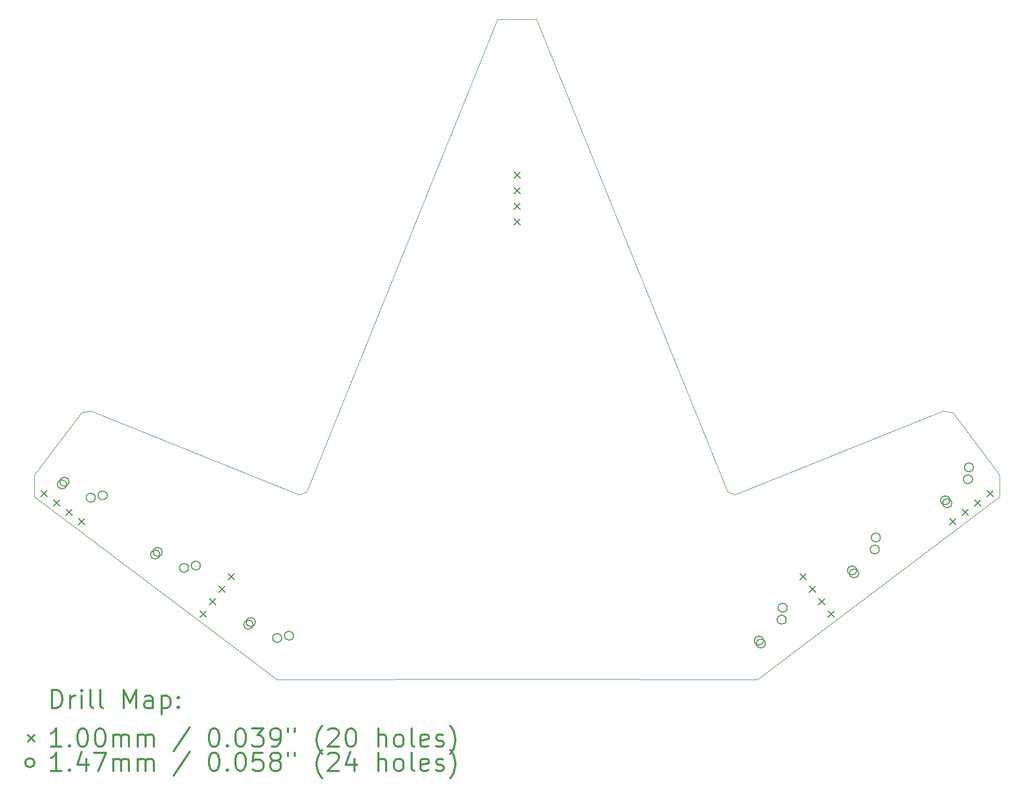
<source format=gbr>
%FSLAX45Y45*%
G04 Gerber Fmt 4.5, Leading zero omitted, Abs format (unit mm)*
G04 Created by KiCad (PCBNEW (5.1.4)-1) date 2023-05-25 15:27:50*
%MOMM*%
%LPD*%
G04 APERTURE LIST*
%ADD10C,0.050000*%
%ADD11C,0.200000*%
%ADD12C,0.300000*%
G04 APERTURE END LIST*
D10*
X14280000Y23690000D02*
X14220000Y23690000D01*
X14150000Y12930000D02*
X14350000Y12930000D01*
X17677500Y15981000D02*
X17802500Y15937500D01*
X14570000Y23690000D02*
X14280000Y23690000D01*
X18160919Y12928362D02*
X14350000Y12930000D01*
X21186000Y17307000D02*
X21344000Y17279000D01*
X18160919Y12928362D02*
X22110000Y15910000D01*
X10822500Y15981000D02*
X13930000Y23690000D01*
X6390000Y16260000D02*
X7156000Y17279000D01*
X13930000Y23690000D02*
X14220000Y23690000D01*
X10339081Y12928362D02*
X6390000Y15910000D01*
X7314000Y17307000D02*
X10697500Y15937500D01*
X10822500Y15981000D02*
X10697500Y15937500D01*
X7314000Y17307000D02*
X7156000Y17279000D01*
X6390000Y15910000D02*
X6390000Y16260000D01*
X10339081Y12928362D02*
X14150000Y12930000D01*
X17677500Y15981000D02*
X14570000Y23690000D01*
X21186000Y17307000D02*
X17802500Y15937500D01*
X22110000Y16260000D02*
X21344000Y17279000D01*
X22110000Y15910000D02*
X22110000Y16260000D01*
D11*
X21701709Y15851931D02*
X21801709Y15751931D01*
X21801709Y15851931D02*
X21701709Y15751931D01*
X6500453Y16004612D02*
X6600453Y15904612D01*
X6600453Y16004612D02*
X6500453Y15904612D01*
X9085889Y14045255D02*
X9185889Y13945255D01*
X9185889Y14045255D02*
X9085889Y13945255D01*
X9238750Y14248108D02*
X9338750Y14148108D01*
X9338750Y14248108D02*
X9238750Y14148108D01*
X9391611Y14450961D02*
X9491611Y14350961D01*
X9491611Y14450961D02*
X9391611Y14350961D01*
X9544472Y14653815D02*
X9644472Y14553815D01*
X9644472Y14653815D02*
X9544472Y14553815D01*
X18858148Y14652189D02*
X18958148Y14552189D01*
X18958148Y14652189D02*
X18858148Y14552189D01*
X19011009Y14449336D02*
X19111009Y14349336D01*
X19111009Y14449336D02*
X19011009Y14349336D01*
X19163870Y14246482D02*
X19263870Y14146482D01*
X19263870Y14246482D02*
X19163870Y14146482D01*
X19316731Y14043629D02*
X19416731Y13943629D01*
X19416731Y14043629D02*
X19316731Y13943629D01*
X21296003Y15546209D02*
X21396003Y15446209D01*
X21396003Y15546209D02*
X21296003Y15446209D01*
X21498856Y15699070D02*
X21598856Y15599070D01*
X21598856Y15699070D02*
X21498856Y15599070D01*
X21904563Y16004792D02*
X22004563Y15904792D01*
X22004563Y16004792D02*
X21904563Y15904792D01*
X14200000Y21200000D02*
X14300000Y21100000D01*
X14300000Y21200000D02*
X14200000Y21100000D01*
X14200000Y20946000D02*
X14300000Y20846000D01*
X14300000Y20946000D02*
X14200000Y20846000D01*
X14200000Y20692000D02*
X14300000Y20592000D01*
X14300000Y20692000D02*
X14200000Y20592000D01*
X14200000Y20438000D02*
X14300000Y20338000D01*
X14300000Y20438000D02*
X14200000Y20338000D01*
X6703306Y15851751D02*
X6803306Y15751751D01*
X6803306Y15851751D02*
X6703306Y15751751D01*
X6906160Y15698890D02*
X7006160Y15598890D01*
X7006160Y15698890D02*
X6906160Y15598890D01*
X7109013Y15546029D02*
X7209013Y15446029D01*
X7209013Y15546029D02*
X7109013Y15446029D01*
X19781419Y14704005D02*
G75*
G03X19781419Y14704005I-73500J0D01*
G01*
X19813129Y14655277D02*
G75*
G03X19813129Y14655277I-73500J0D01*
G01*
X20150646Y15044844D02*
G75*
G03X20150646Y15044844I-73500J0D01*
G01*
X20167402Y15240283D02*
G75*
G03X20167402Y15240283I-73500J0D01*
G01*
X21298826Y15847454D02*
G75*
G03X21298826Y15847454I-73500J0D01*
G01*
X21330537Y15798726D02*
G75*
G03X21330537Y15798726I-73500J0D01*
G01*
X21668053Y16188293D02*
G75*
G03X21668053Y16188293I-73500J0D01*
G01*
X21684809Y16383732D02*
G75*
G03X21684809Y16383732I-73500J0D01*
G01*
X9948191Y13819177D02*
G75*
G03X9948191Y13819177I-73500J0D01*
G01*
X9986291Y13863090D02*
G75*
G03X9986291Y13863090I-73500J0D01*
G01*
X10415700Y13602114D02*
G75*
G03X10415700Y13602114I-73500J0D01*
G01*
X10608186Y13639877D02*
G75*
G03X10608186Y13639877I-73500J0D01*
G01*
X18264011Y13560557D02*
G75*
G03X18264011Y13560557I-73500J0D01*
G01*
X18295722Y13511829D02*
G75*
G03X18295722Y13511829I-73500J0D01*
G01*
X18633238Y13901396D02*
G75*
G03X18633238Y13901396I-73500J0D01*
G01*
X18649994Y14096835D02*
G75*
G03X18649994Y14096835I-73500J0D01*
G01*
X6913376Y16106074D02*
G75*
G03X6913376Y16106074I-73500J0D01*
G01*
X6951476Y16149987D02*
G75*
G03X6951476Y16149987I-73500J0D01*
G01*
X7380885Y15889011D02*
G75*
G03X7380885Y15889011I-73500J0D01*
G01*
X7573371Y15926775D02*
G75*
G03X7573371Y15926775I-73500J0D01*
G01*
X8430784Y14962625D02*
G75*
G03X8430784Y14962625I-73500J0D01*
G01*
X8468884Y15006539D02*
G75*
G03X8468884Y15006539I-73500J0D01*
G01*
X8898292Y14745563D02*
G75*
G03X8898292Y14745563I-73500J0D01*
G01*
X9090778Y14783326D02*
G75*
G03X9090778Y14783326I-73500J0D01*
G01*
D12*
X6673928Y12460148D02*
X6673928Y12760148D01*
X6745357Y12760148D01*
X6788214Y12745862D01*
X6816786Y12717291D01*
X6831071Y12688719D01*
X6845357Y12631576D01*
X6845357Y12588719D01*
X6831071Y12531576D01*
X6816786Y12503005D01*
X6788214Y12474434D01*
X6745357Y12460148D01*
X6673928Y12460148D01*
X6973928Y12460148D02*
X6973928Y12660148D01*
X6973928Y12603005D02*
X6988214Y12631576D01*
X7002500Y12645862D01*
X7031071Y12660148D01*
X7059643Y12660148D01*
X7159643Y12460148D02*
X7159643Y12660148D01*
X7159643Y12760148D02*
X7145357Y12745862D01*
X7159643Y12731576D01*
X7173928Y12745862D01*
X7159643Y12760148D01*
X7159643Y12731576D01*
X7345357Y12460148D02*
X7316786Y12474434D01*
X7302500Y12503005D01*
X7302500Y12760148D01*
X7502500Y12460148D02*
X7473928Y12474434D01*
X7459643Y12503005D01*
X7459643Y12760148D01*
X7845357Y12460148D02*
X7845357Y12760148D01*
X7945357Y12545862D01*
X8045357Y12760148D01*
X8045357Y12460148D01*
X8316786Y12460148D02*
X8316786Y12617291D01*
X8302500Y12645862D01*
X8273928Y12660148D01*
X8216786Y12660148D01*
X8188214Y12645862D01*
X8316786Y12474434D02*
X8288214Y12460148D01*
X8216786Y12460148D01*
X8188214Y12474434D01*
X8173928Y12503005D01*
X8173928Y12531576D01*
X8188214Y12560148D01*
X8216786Y12574434D01*
X8288214Y12574434D01*
X8316786Y12588719D01*
X8459643Y12660148D02*
X8459643Y12360148D01*
X8459643Y12645862D02*
X8488214Y12660148D01*
X8545357Y12660148D01*
X8573928Y12645862D01*
X8588214Y12631576D01*
X8602500Y12603005D01*
X8602500Y12517291D01*
X8588214Y12488719D01*
X8573928Y12474434D01*
X8545357Y12460148D01*
X8488214Y12460148D01*
X8459643Y12474434D01*
X8731071Y12488719D02*
X8745357Y12474434D01*
X8731071Y12460148D01*
X8716786Y12474434D01*
X8731071Y12488719D01*
X8731071Y12460148D01*
X8731071Y12645862D02*
X8745357Y12631576D01*
X8731071Y12617291D01*
X8716786Y12631576D01*
X8731071Y12645862D01*
X8731071Y12617291D01*
X6287500Y12015862D02*
X6387500Y11915862D01*
X6387500Y12015862D02*
X6287500Y11915862D01*
X6831071Y11830148D02*
X6659643Y11830148D01*
X6745357Y11830148D02*
X6745357Y12130148D01*
X6716786Y12087291D01*
X6688214Y12058719D01*
X6659643Y12044434D01*
X6959643Y11858719D02*
X6973928Y11844434D01*
X6959643Y11830148D01*
X6945357Y11844434D01*
X6959643Y11858719D01*
X6959643Y11830148D01*
X7159643Y12130148D02*
X7188214Y12130148D01*
X7216786Y12115862D01*
X7231071Y12101576D01*
X7245357Y12073005D01*
X7259643Y12015862D01*
X7259643Y11944434D01*
X7245357Y11887291D01*
X7231071Y11858719D01*
X7216786Y11844434D01*
X7188214Y11830148D01*
X7159643Y11830148D01*
X7131071Y11844434D01*
X7116786Y11858719D01*
X7102500Y11887291D01*
X7088214Y11944434D01*
X7088214Y12015862D01*
X7102500Y12073005D01*
X7116786Y12101576D01*
X7131071Y12115862D01*
X7159643Y12130148D01*
X7445357Y12130148D02*
X7473928Y12130148D01*
X7502500Y12115862D01*
X7516786Y12101576D01*
X7531071Y12073005D01*
X7545357Y12015862D01*
X7545357Y11944434D01*
X7531071Y11887291D01*
X7516786Y11858719D01*
X7502500Y11844434D01*
X7473928Y11830148D01*
X7445357Y11830148D01*
X7416786Y11844434D01*
X7402500Y11858719D01*
X7388214Y11887291D01*
X7373928Y11944434D01*
X7373928Y12015862D01*
X7388214Y12073005D01*
X7402500Y12101576D01*
X7416786Y12115862D01*
X7445357Y12130148D01*
X7673928Y11830148D02*
X7673928Y12030148D01*
X7673928Y12001576D02*
X7688214Y12015862D01*
X7716786Y12030148D01*
X7759643Y12030148D01*
X7788214Y12015862D01*
X7802500Y11987291D01*
X7802500Y11830148D01*
X7802500Y11987291D02*
X7816786Y12015862D01*
X7845357Y12030148D01*
X7888214Y12030148D01*
X7916786Y12015862D01*
X7931071Y11987291D01*
X7931071Y11830148D01*
X8073928Y11830148D02*
X8073928Y12030148D01*
X8073928Y12001576D02*
X8088214Y12015862D01*
X8116786Y12030148D01*
X8159643Y12030148D01*
X8188214Y12015862D01*
X8202500Y11987291D01*
X8202500Y11830148D01*
X8202500Y11987291D02*
X8216786Y12015862D01*
X8245357Y12030148D01*
X8288214Y12030148D01*
X8316786Y12015862D01*
X8331071Y11987291D01*
X8331071Y11830148D01*
X8916786Y12144434D02*
X8659643Y11758719D01*
X9302500Y12130148D02*
X9331071Y12130148D01*
X9359643Y12115862D01*
X9373928Y12101576D01*
X9388214Y12073005D01*
X9402500Y12015862D01*
X9402500Y11944434D01*
X9388214Y11887291D01*
X9373928Y11858719D01*
X9359643Y11844434D01*
X9331071Y11830148D01*
X9302500Y11830148D01*
X9273928Y11844434D01*
X9259643Y11858719D01*
X9245357Y11887291D01*
X9231071Y11944434D01*
X9231071Y12015862D01*
X9245357Y12073005D01*
X9259643Y12101576D01*
X9273928Y12115862D01*
X9302500Y12130148D01*
X9531071Y11858719D02*
X9545357Y11844434D01*
X9531071Y11830148D01*
X9516786Y11844434D01*
X9531071Y11858719D01*
X9531071Y11830148D01*
X9731071Y12130148D02*
X9759643Y12130148D01*
X9788214Y12115862D01*
X9802500Y12101576D01*
X9816786Y12073005D01*
X9831071Y12015862D01*
X9831071Y11944434D01*
X9816786Y11887291D01*
X9802500Y11858719D01*
X9788214Y11844434D01*
X9759643Y11830148D01*
X9731071Y11830148D01*
X9702500Y11844434D01*
X9688214Y11858719D01*
X9673928Y11887291D01*
X9659643Y11944434D01*
X9659643Y12015862D01*
X9673928Y12073005D01*
X9688214Y12101576D01*
X9702500Y12115862D01*
X9731071Y12130148D01*
X9931071Y12130148D02*
X10116786Y12130148D01*
X10016786Y12015862D01*
X10059643Y12015862D01*
X10088214Y12001576D01*
X10102500Y11987291D01*
X10116786Y11958719D01*
X10116786Y11887291D01*
X10102500Y11858719D01*
X10088214Y11844434D01*
X10059643Y11830148D01*
X9973928Y11830148D01*
X9945357Y11844434D01*
X9931071Y11858719D01*
X10259643Y11830148D02*
X10316786Y11830148D01*
X10345357Y11844434D01*
X10359643Y11858719D01*
X10388214Y11901576D01*
X10402500Y11958719D01*
X10402500Y12073005D01*
X10388214Y12101576D01*
X10373928Y12115862D01*
X10345357Y12130148D01*
X10288214Y12130148D01*
X10259643Y12115862D01*
X10245357Y12101576D01*
X10231071Y12073005D01*
X10231071Y12001576D01*
X10245357Y11973005D01*
X10259643Y11958719D01*
X10288214Y11944434D01*
X10345357Y11944434D01*
X10373928Y11958719D01*
X10388214Y11973005D01*
X10402500Y12001576D01*
X10516786Y12130148D02*
X10516786Y12073005D01*
X10631071Y12130148D02*
X10631071Y12073005D01*
X11073928Y11715862D02*
X11059643Y11730148D01*
X11031071Y11773005D01*
X11016786Y11801576D01*
X11002500Y11844434D01*
X10988214Y11915862D01*
X10988214Y11973005D01*
X11002500Y12044434D01*
X11016786Y12087291D01*
X11031071Y12115862D01*
X11059643Y12158719D01*
X11073928Y12173005D01*
X11173928Y12101576D02*
X11188214Y12115862D01*
X11216786Y12130148D01*
X11288214Y12130148D01*
X11316786Y12115862D01*
X11331071Y12101576D01*
X11345357Y12073005D01*
X11345357Y12044434D01*
X11331071Y12001576D01*
X11159643Y11830148D01*
X11345357Y11830148D01*
X11531071Y12130148D02*
X11559643Y12130148D01*
X11588214Y12115862D01*
X11602500Y12101576D01*
X11616786Y12073005D01*
X11631071Y12015862D01*
X11631071Y11944434D01*
X11616786Y11887291D01*
X11602500Y11858719D01*
X11588214Y11844434D01*
X11559643Y11830148D01*
X11531071Y11830148D01*
X11502500Y11844434D01*
X11488214Y11858719D01*
X11473928Y11887291D01*
X11459643Y11944434D01*
X11459643Y12015862D01*
X11473928Y12073005D01*
X11488214Y12101576D01*
X11502500Y12115862D01*
X11531071Y12130148D01*
X11988214Y11830148D02*
X11988214Y12130148D01*
X12116786Y11830148D02*
X12116786Y11987291D01*
X12102500Y12015862D01*
X12073928Y12030148D01*
X12031071Y12030148D01*
X12002500Y12015862D01*
X11988214Y12001576D01*
X12302500Y11830148D02*
X12273928Y11844434D01*
X12259643Y11858719D01*
X12245357Y11887291D01*
X12245357Y11973005D01*
X12259643Y12001576D01*
X12273928Y12015862D01*
X12302500Y12030148D01*
X12345357Y12030148D01*
X12373928Y12015862D01*
X12388214Y12001576D01*
X12402500Y11973005D01*
X12402500Y11887291D01*
X12388214Y11858719D01*
X12373928Y11844434D01*
X12345357Y11830148D01*
X12302500Y11830148D01*
X12573928Y11830148D02*
X12545357Y11844434D01*
X12531071Y11873005D01*
X12531071Y12130148D01*
X12802500Y11844434D02*
X12773928Y11830148D01*
X12716786Y11830148D01*
X12688214Y11844434D01*
X12673928Y11873005D01*
X12673928Y11987291D01*
X12688214Y12015862D01*
X12716786Y12030148D01*
X12773928Y12030148D01*
X12802500Y12015862D01*
X12816786Y11987291D01*
X12816786Y11958719D01*
X12673928Y11930148D01*
X12931071Y11844434D02*
X12959643Y11830148D01*
X13016786Y11830148D01*
X13045357Y11844434D01*
X13059643Y11873005D01*
X13059643Y11887291D01*
X13045357Y11915862D01*
X13016786Y11930148D01*
X12973928Y11930148D01*
X12945357Y11944434D01*
X12931071Y11973005D01*
X12931071Y11987291D01*
X12945357Y12015862D01*
X12973928Y12030148D01*
X13016786Y12030148D01*
X13045357Y12015862D01*
X13159643Y11715862D02*
X13173928Y11730148D01*
X13202500Y11773005D01*
X13216786Y11801576D01*
X13231071Y11844434D01*
X13245357Y11915862D01*
X13245357Y11973005D01*
X13231071Y12044434D01*
X13216786Y12087291D01*
X13202500Y12115862D01*
X13173928Y12158719D01*
X13159643Y12173005D01*
X6387500Y11569862D02*
G75*
G03X6387500Y11569862I-73500J0D01*
G01*
X6831071Y11434148D02*
X6659643Y11434148D01*
X6745357Y11434148D02*
X6745357Y11734148D01*
X6716786Y11691291D01*
X6688214Y11662719D01*
X6659643Y11648434D01*
X6959643Y11462719D02*
X6973928Y11448434D01*
X6959643Y11434148D01*
X6945357Y11448434D01*
X6959643Y11462719D01*
X6959643Y11434148D01*
X7231071Y11634148D02*
X7231071Y11434148D01*
X7159643Y11748434D02*
X7088214Y11534148D01*
X7273928Y11534148D01*
X7359643Y11734148D02*
X7559643Y11734148D01*
X7431071Y11434148D01*
X7673928Y11434148D02*
X7673928Y11634148D01*
X7673928Y11605576D02*
X7688214Y11619862D01*
X7716786Y11634148D01*
X7759643Y11634148D01*
X7788214Y11619862D01*
X7802500Y11591291D01*
X7802500Y11434148D01*
X7802500Y11591291D02*
X7816786Y11619862D01*
X7845357Y11634148D01*
X7888214Y11634148D01*
X7916786Y11619862D01*
X7931071Y11591291D01*
X7931071Y11434148D01*
X8073928Y11434148D02*
X8073928Y11634148D01*
X8073928Y11605576D02*
X8088214Y11619862D01*
X8116786Y11634148D01*
X8159643Y11634148D01*
X8188214Y11619862D01*
X8202500Y11591291D01*
X8202500Y11434148D01*
X8202500Y11591291D02*
X8216786Y11619862D01*
X8245357Y11634148D01*
X8288214Y11634148D01*
X8316786Y11619862D01*
X8331071Y11591291D01*
X8331071Y11434148D01*
X8916786Y11748434D02*
X8659643Y11362719D01*
X9302500Y11734148D02*
X9331071Y11734148D01*
X9359643Y11719862D01*
X9373928Y11705576D01*
X9388214Y11677005D01*
X9402500Y11619862D01*
X9402500Y11548434D01*
X9388214Y11491291D01*
X9373928Y11462719D01*
X9359643Y11448434D01*
X9331071Y11434148D01*
X9302500Y11434148D01*
X9273928Y11448434D01*
X9259643Y11462719D01*
X9245357Y11491291D01*
X9231071Y11548434D01*
X9231071Y11619862D01*
X9245357Y11677005D01*
X9259643Y11705576D01*
X9273928Y11719862D01*
X9302500Y11734148D01*
X9531071Y11462719D02*
X9545357Y11448434D01*
X9531071Y11434148D01*
X9516786Y11448434D01*
X9531071Y11462719D01*
X9531071Y11434148D01*
X9731071Y11734148D02*
X9759643Y11734148D01*
X9788214Y11719862D01*
X9802500Y11705576D01*
X9816786Y11677005D01*
X9831071Y11619862D01*
X9831071Y11548434D01*
X9816786Y11491291D01*
X9802500Y11462719D01*
X9788214Y11448434D01*
X9759643Y11434148D01*
X9731071Y11434148D01*
X9702500Y11448434D01*
X9688214Y11462719D01*
X9673928Y11491291D01*
X9659643Y11548434D01*
X9659643Y11619862D01*
X9673928Y11677005D01*
X9688214Y11705576D01*
X9702500Y11719862D01*
X9731071Y11734148D01*
X10102500Y11734148D02*
X9959643Y11734148D01*
X9945357Y11591291D01*
X9959643Y11605576D01*
X9988214Y11619862D01*
X10059643Y11619862D01*
X10088214Y11605576D01*
X10102500Y11591291D01*
X10116786Y11562719D01*
X10116786Y11491291D01*
X10102500Y11462719D01*
X10088214Y11448434D01*
X10059643Y11434148D01*
X9988214Y11434148D01*
X9959643Y11448434D01*
X9945357Y11462719D01*
X10288214Y11605576D02*
X10259643Y11619862D01*
X10245357Y11634148D01*
X10231071Y11662719D01*
X10231071Y11677005D01*
X10245357Y11705576D01*
X10259643Y11719862D01*
X10288214Y11734148D01*
X10345357Y11734148D01*
X10373928Y11719862D01*
X10388214Y11705576D01*
X10402500Y11677005D01*
X10402500Y11662719D01*
X10388214Y11634148D01*
X10373928Y11619862D01*
X10345357Y11605576D01*
X10288214Y11605576D01*
X10259643Y11591291D01*
X10245357Y11577005D01*
X10231071Y11548434D01*
X10231071Y11491291D01*
X10245357Y11462719D01*
X10259643Y11448434D01*
X10288214Y11434148D01*
X10345357Y11434148D01*
X10373928Y11448434D01*
X10388214Y11462719D01*
X10402500Y11491291D01*
X10402500Y11548434D01*
X10388214Y11577005D01*
X10373928Y11591291D01*
X10345357Y11605576D01*
X10516786Y11734148D02*
X10516786Y11677005D01*
X10631071Y11734148D02*
X10631071Y11677005D01*
X11073928Y11319862D02*
X11059643Y11334148D01*
X11031071Y11377005D01*
X11016786Y11405576D01*
X11002500Y11448434D01*
X10988214Y11519862D01*
X10988214Y11577005D01*
X11002500Y11648434D01*
X11016786Y11691291D01*
X11031071Y11719862D01*
X11059643Y11762719D01*
X11073928Y11777005D01*
X11173928Y11705576D02*
X11188214Y11719862D01*
X11216786Y11734148D01*
X11288214Y11734148D01*
X11316786Y11719862D01*
X11331071Y11705576D01*
X11345357Y11677005D01*
X11345357Y11648434D01*
X11331071Y11605576D01*
X11159643Y11434148D01*
X11345357Y11434148D01*
X11602500Y11634148D02*
X11602500Y11434148D01*
X11531071Y11748434D02*
X11459643Y11534148D01*
X11645357Y11534148D01*
X11988214Y11434148D02*
X11988214Y11734148D01*
X12116786Y11434148D02*
X12116786Y11591291D01*
X12102500Y11619862D01*
X12073928Y11634148D01*
X12031071Y11634148D01*
X12002500Y11619862D01*
X11988214Y11605576D01*
X12302500Y11434148D02*
X12273928Y11448434D01*
X12259643Y11462719D01*
X12245357Y11491291D01*
X12245357Y11577005D01*
X12259643Y11605576D01*
X12273928Y11619862D01*
X12302500Y11634148D01*
X12345357Y11634148D01*
X12373928Y11619862D01*
X12388214Y11605576D01*
X12402500Y11577005D01*
X12402500Y11491291D01*
X12388214Y11462719D01*
X12373928Y11448434D01*
X12345357Y11434148D01*
X12302500Y11434148D01*
X12573928Y11434148D02*
X12545357Y11448434D01*
X12531071Y11477005D01*
X12531071Y11734148D01*
X12802500Y11448434D02*
X12773928Y11434148D01*
X12716786Y11434148D01*
X12688214Y11448434D01*
X12673928Y11477005D01*
X12673928Y11591291D01*
X12688214Y11619862D01*
X12716786Y11634148D01*
X12773928Y11634148D01*
X12802500Y11619862D01*
X12816786Y11591291D01*
X12816786Y11562719D01*
X12673928Y11534148D01*
X12931071Y11448434D02*
X12959643Y11434148D01*
X13016786Y11434148D01*
X13045357Y11448434D01*
X13059643Y11477005D01*
X13059643Y11491291D01*
X13045357Y11519862D01*
X13016786Y11534148D01*
X12973928Y11534148D01*
X12945357Y11548434D01*
X12931071Y11577005D01*
X12931071Y11591291D01*
X12945357Y11619862D01*
X12973928Y11634148D01*
X13016786Y11634148D01*
X13045357Y11619862D01*
X13159643Y11319862D02*
X13173928Y11334148D01*
X13202500Y11377005D01*
X13216786Y11405576D01*
X13231071Y11448434D01*
X13245357Y11519862D01*
X13245357Y11577005D01*
X13231071Y11648434D01*
X13216786Y11691291D01*
X13202500Y11719862D01*
X13173928Y11762719D01*
X13159643Y11777005D01*
M02*

</source>
